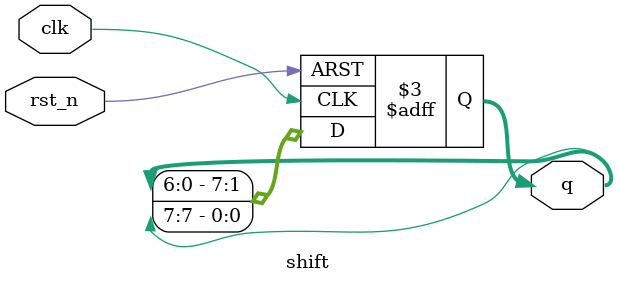
<source format=v>

`define BIT_WIDTH 8
module shift(
    q,
    clk,
    rst_n
);

output [`BIT_WIDTH-1 : 0] q;
input clk;
input rst_n;
reg [`BIT_WIDTH-1 : 0] q;

always @(posedge clk or negedge rst_n)
    if(~rst_n)
        begin
            q <= `BIT_WIDTH'b1001_0110;
        end
    else
        begin
            q[0] <= q[7];
            q[1] <= q[0];
            q[2] <= q[1];
            q[3] <= q[2];
            q[4] <= q[3];
            q[5] <= q[4];
            q[6] <= q[5];
            q[7] <= q[6];
        end

endmodule
</source>
